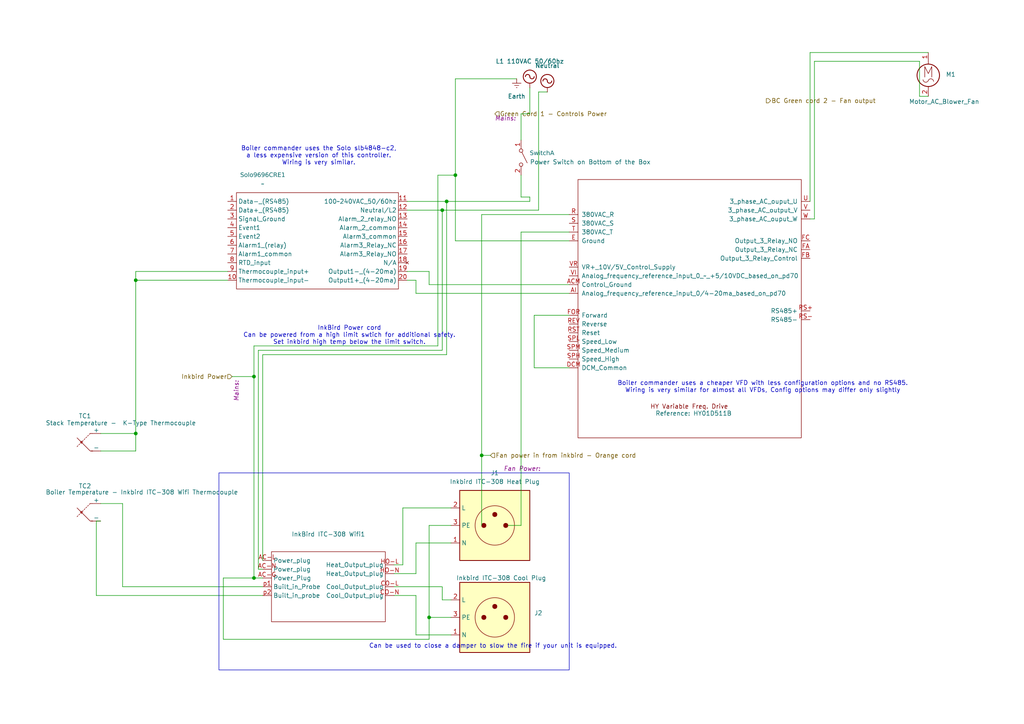
<source format=kicad_sch>
(kicad_sch (version 20250114) (generator "eeschema") (generator_version "9.0")
  (paper "A4")
  (title_block (title "BoilerCommander Wiring ") (rev "v1") (company "HomesteaderControls") (comment 1 "This version is without the Coal Saver button"))
  (lib_symbols
    (symbol "Connector:Conn_Receptacle_3P_Protected"
      (property "Reference" "J" (at -9.652 11.176 0))
      (property "Value" "Conn_Receptacle_3P_Protected" (at 0.254 -11.43 0))
      (symbol "Conn_Receptacle_3P_Protected_0_1"
        (circle (center 0 0) (radius 5.715))
      )
      (symbol "Conn_Receptacle_3P_Protected_1_1"
        (rectangle (start -10.16 10.16) (end 10.16 -10.16) (stroke (width 0.254)) (fill (type background)))
        (circle (center -3.175 0) (radius 0.635) (fill (type outline)))
        (circle (center 0 3.175) (radius 0.635) (fill (type outline)))
        (circle (center 3.175 0) (radius 0.635) (fill (type outline)))
        (pin power_in line (at 12.7 5.08 180) (length 2.54) (name "L") (number "2"))
        (pin power_out line (at 12.7 0 180) (length 2.54) (name "PE") (number "3"))
        (pin power_out line (at 12.7 -5.08 180) (length 2.54) (name "N") (number "1"))
      )
    )
    (symbol "Device:Thermocouple" (pin_numbers (hide yes)) (pin_names (offset 0))
      (property "Reference" "TC" (at -3.048 3.81 0))
      (property "Value" "Thermocouple" (at -5.08 -4.064 0))
      (symbol "Thermocouple_0_1"
        (polyline (pts (xy -4.064 -1.016) (xy -4.318 -1.27)))
        (polyline (pts (xy -3.556 -0.508) (xy -3.81 -0.762)))
        (circle (center -3.048 0) (radius 0.254) (fill (type outline)))
        (polyline (pts (xy -3.048 0) (xy -3.302 -0.254)))
        (polyline (pts (xy -2.54 0.508) (xy -2.794 0.254)))
        (polyline (pts (xy -2.032 1.016) (xy -2.286 0.762)))
        (polyline (pts (xy -1.524 1.524) (xy -1.778 1.27)))
        (polyline (pts (xy -1.016 2.032) (xy -1.27 1.778)))
        (polyline (pts (xy -0.508 2.54) (xy -0.762 2.286)))
        (polyline (pts (xy 0 2.54) (xy -0.508 2.54)))
        (polyline (pts (xy 0 -2.54) (xy -0.254 -2.54)))
        (polyline (pts (xy 0.254 -2.54) (xy -0.508 -2.54) (xy -4.318 1.27)))
      )
      (symbol "Thermocouple_1_1"
        (pin passive line (at 2.54 2.54 180) (length 2.54) (name "+") (number "1"))
        (pin passive line (at 2.54 -2.54 180) (length 2.54) (name "-") (number "2"))
      )
    )
    (symbol "Motor:Motor_AC" (pin_names (offset 0))
      (property "Reference" "M" (at 2.54 2.54 0))
      (property "Value" "Motor_AC" (at 2.54 -5.08 0))
      (symbol "Motor_AC_0_0"
        (polyline (pts (xy -1.016 -2.032) (xy -1.016 1.016) (xy 0 -1.016) (xy 1.016 1.016) (xy 1.016 -2.032)))
        (arc (start 0 -3.048) (mid -0.8622 -3.5222) (end -1.524 -2.794))
        (arc (start 0 -3.048) (mid 0.8657 -2.5527) (end 1.524 -3.302))
      )
      (symbol "Motor_AC_0_1"
        (polyline (pts (xy 0 2.032) (xy 0 2.54)))
        (polyline (pts (xy 0 1.7272) (xy 0 2.0828)))
        (circle (center 0 -1.524) (radius 3.2512) (stroke (width 0.254)))
        (polyline (pts (xy 0 -4.7752) (xy 0 -5.1816)))
        (polyline (pts (xy 0 -7.62) (xy 0 -7.112)))
      )
      (symbol "Motor_AC_1_1"
        (pin passive line (at 0 5.08 270) (length 2.54) (name "~") (number "1"))
        (pin passive line (at 0 -7.62 90) (length 2.54) (name "~") (number "2"))
      )
    )
    (symbol "Switch:SW_DPST_x2" (pin_names (offset 0) (hide yes))
      (property "Reference" "SW" (at 0 3.175 0))
      (property "Value" "SW_DPST_x2" (at 0 -2.54 0))
      (symbol "SW_DPST_x2_0_0"
        (circle (center -2.032 0) (radius 0.508))
        (polyline (pts (xy -1.524 0.254) (xy 1.524 1.778)))
        (circle (center 2.032 0) (radius 0.508))
      )
      (symbol "SW_DPST_x2_1_1"
        (pin passive line (at -5.08 0 0) (length 2.54) (name "A") (number "1"))
        (pin passive line (at 5.08 0 180) (length 2.54) (name "B") (number "2"))
      )
      (symbol "SW_DPST_x2_2_1"
        (pin passive line (at -5.08 0 0) (length 2.54) (name "A") (number "3"))
        (pin passive line (at 5.08 0 180) (length 2.54) (name "B") (number "4"))
      )
    )
    (symbol "VFD&:InkBird_ITC-308_Wifi"
      (property "Reference" "InkBird ITC-308 Wifi" (at 19.05 -11.176 0))
      (symbol "InkBird_ITC-308_Wifi_0_1"
        (rectangle (start -2.54 6.35) (end 30.48 -13.97))
      )
      (symbol "InkBird_ITC-308_Wifi_1_1"
        (pin power_in line (at -5.08 3.81 0) (length 2.54) (name "Power_plug") (number "AC-L"))
        (pin power_in line (at -5.08 1.27 0) (length 2.54) (name "Power_plug") (number "AC-N"))
        (pin power_in line (at -5.08 -1.27 0) (length 2.54) (name "Power_Plug") (number "AC-G"))
        (pin input line (at -5.08 -3.81 0) (length 2.54) (name "Built_in_Probe") (number "p1"))
        (pin input line (at -5.08 -6.35 0) (length 2.54) (name "Built_in_probe") (number "p2"))
        (pin input line (at 33.02 2.54 180) (length 2.54) (name "Heat_Output_plug") (number "HO-L"))
        (pin output line (at 33.02 0 180) (length 2.54) (name "Heat_Output_plug") (number "HO-N"))
        (pin output line (at 33.02 -3.81 180) (length 2.54) (name "Cool_Output_plug") (number "CO-L"))
        (pin output line (at 33.02 -6.35 180) (length 2.54) (name "Cool_Output_plug") (number "CO-N"))
      )
    )
    (symbol "VFD&:Solo9696CRE"
      (property "Reference" "Solo9696CRE" (at -9.652 5.334 0))
      (symbol "Solo9696CRE_0_1"
        (rectangle (start -3.81 3.81) (end 43.18 -24.13))
      )
      (symbol "Solo9696CRE_1_1"
        (pin bidirectional line (at -6.35 1.27 0) (length 2.54) (name "Data-_(RS485)") (number "1"))
        (pin bidirectional line (at -6.35 -1.27 0) (length 2.54) (name "Data+_(RS485)") (number "2"))
        (pin input line (at -6.35 -3.81 0) (length 2.54) (name "Signal_Ground") (number "3"))
        (pin input line (at -6.35 -6.35 0) (length 2.54) (name "Event1") (number "4"))
        (pin input line (at -6.35 -8.89 0) (length 2.54) (name "Event2") (number "5"))
        (pin output line (at -6.35 -11.43 0) (length 2.54) (name "Alarm1_(relay)") (number "6"))
        (pin output line (at -6.35 -13.97 0) (length 2.54) (name "Alarm1_common") (number "7"))
        (pin input line (at -6.35 -16.51 0) (length 2.54) (name "RTD_input") (number "8"))
        (pin input line (at -6.35 -19.05 0) (length 2.54) (name "Thermocouple_input+") (number "9"))
        (pin input line (at -6.35 -21.59 0) (length 2.54) (name "Thermocouple_input-") (number "10"))
        (pin power_in line (at 45.72 1.27 180) (length 2.54) (name "100~240VAC_50/60hz") (number "11"))
        (pin power_in line (at 45.72 -1.27 180) (length 2.54) (name "Neutral/L2") (number "12"))
        (pin output line (at 45.72 -3.81 180) (length 2.54) (name "Alarm_2_relay_NO") (number "13"))
        (pin output line (at 45.72 -6.35 180) (length 2.54) (name "Alarm_2_common") (number "14"))
        (pin output line (at 45.72 -8.89 180) (length 2.54) (name "Alarm3_common") (number "15"))
        (pin output line (at 45.72 -11.43 180) (length 2.54) (name "Alarm3_Relay_NC") (number "16"))
        (pin output line (at 45.72 -13.97 180) (length 2.54) (name "Alarm3_Relay_NO") (number "17"))
        (pin no_connect line (at 45.72 -16.51 180) (length 2.54) (name "N/A") (number "18"))
        (pin output line (at 45.72 -19.05 180) (length 2.54) (name "Output1-_(4-20ma)") (number "19"))
        (pin output line (at 45.72 -21.59 180) (length 2.54) (name "Output1+_(4-20ma)") (number "20"))
      )
    )
    (symbol "VFD&:VFD_HY01D511B" (pin_names (offset 1.016))
      (symbol "VFD_HY01D511B_0_1"
        (rectangle (start 1.27 31.75) (end 66.04 -43.18))
      )
      (symbol "VFD_HY01D511B_1_1"
        (text "HY Variable Freq. Drive" (at 33.528 -34.036 0) (effects (font (size 1.27 1.27))))
        (pin power_in line (at -1.27 21.59 0) (length 2.54) (name "380VAC_R") (number "R"))
        (pin power_in line (at -1.27 19.05 0) (length 2.54) (name "380VAC_S") (number "S"))
        (pin power_in line (at -1.27 16.51 0) (length 2.54) (name "380VAC_T") (number "T"))
        (pin input line (at -1.27 13.97 0) (length 2.54) (name "Ground") (number "E"))
        (pin power_out line (at -1.27 6.35 0) (length 2.54) (name "VR+_10V/5V_Control_Supply") (number "VR"))
        (pin input line (at -1.27 3.81 0) (length 2.54) (name "Analog_frequency_reference_input_0_~_+5/10VDC_based_on_pd70") (number "VI"))
        (pin input line (at -1.27 1.27 0) (length 2.54) (name "Control_Ground") (number "ACM"))
        (pin input line (at -1.27 -1.27 0) (length 2.54) (name "Analog_frequency_reference_input_0/4-20ma_based_on_pd70") (number "AI"))
        (pin input line (at -1.27 -7.62 0) (length 2.54) (name "Forward") (number "FOR"))
        (pin input line (at -1.27 -10.16 0) (length 2.54) (name "Reverse") (number "REV"))
        (pin input line (at -1.27 -12.7 0) (length 2.54) (name "Reset") (number "RST"))
        (pin input line (at -1.27 -15.24 0) (length 2.54) (name "Speed_Low") (number "SPL"))
        (pin input line (at -1.27 -17.78 0) (length 2.54) (name "Speed_Medium") (number "SPM"))
        (pin input line (at -1.27 -20.32 0) (length 2.54) (name "Speed_High") (number "SPH"))
        (pin input line (at -1.27 -22.86 0) (length 2.54) (name "DCM_Common") (number "DCM"))
        (pin power_out line (at 68.58 25.4 180) (length 2.54) (name "3_phase_AC_ouput_U") (number "U"))
        (pin power_out line (at 68.58 22.86 180) (length 2.54) (name "3_phase_AC_output_V") (number "V"))
        (pin power_out line (at 68.58 20.32 180) (length 2.54) (name "3_phase_AC_ouput_W") (number "W"))
        (pin output line (at 68.58 13.97 180) (length 2.54) (name "Output_3_Relay_NO") (number "FC"))
        (pin output line (at 68.58 11.43 180) (length 2.54) (name "Output_3_Relay_NC") (number "FA"))
        (pin input line (at 68.58 8.89 180) (length 2.54) (name "Output_3_Relay_Control") (number "FB"))
        (pin bidirectional line (at 68.58 -6.35 180) (length 2.54) (name "RS485+") (number "RS+"))
        (pin bidirectional line (at 68.58 -8.89 180) (length 2.54) (name "RS485-") (number "RS-"))
      )
    )
    (symbol "power:Earth" (power) (pin_numbers (hide yes)) (pin_names (offset 0) (hide yes))
      (property "Value" "Earth" (at 0 -3.81 0))
      (symbol "Earth_0_1"
        (polyline (pts (xy -0.635 -1.905) (xy 0.635 -1.905)))
        (polyline (pts (xy -0.127 -2.54) (xy 0.127 -2.54)))
        (polyline (pts (xy 0 -1.27) (xy 0 0)))
        (polyline (pts (xy 1.27 -1.27) (xy -1.27 -1.27)))
      )
      (symbol "Earth_1_1"
        (pin power_in line (at 0 0 270) (length 0) (name "~") (number "1"))
      )
    )
    (symbol "power:VAC" (power) (pin_numbers (hide yes)) (pin_names (offset 0) (hide yes))
      (property "Value" "VAC" (at 0 6.35 0))
      (symbol "VAC_0_1"
        (arc (start -1.27 3.175) (mid -0.635 3.8073) (end 0 3.175) (stroke (width 0.254)))
        (circle (center 0 3.175) (radius 1.905) (stroke (width 0.254)))
        (polyline (pts (xy 0 0) (xy 0 1.27)))
        (arc (start 1.27 3.175) (mid 0.635 2.5427) (end 0 3.175) (stroke (width 0.254)))
      )
      (symbol "VAC_1_1"
        (pin power_in line (at 0 0 90) (length 0) (name "~") (number "1"))
      )
    )
  )
  (rectangle (start 63.5 137.16) (end 165.1 194.31))
  (text "InkBird Power cord\nCan be powered from a high limit swtich for additional safety.\nSet inkbird high temp below the limit switch." (at 101.346 97.282 0) (effects (font (size 1.27 1.27))))
  (text "Boiler commander uses the Solo slb4848-c2,\na less expensive version of this controller.\nWiring is very similar." (at 92.456 45.212 0) (effects (font (size 1.27 1.27))))
  (text "Can be used to close a damper to slow the fire if your unit is equipped." (at 143.002 187.452 0) (effects (font (size 1.27 1.27))))
  (text "Boiler commander uses a cheaper VFD with less configuration options and no RS485.\nWiring is very similar for almost all VFDs, Config options may differ only slightly" (at 221.234 112.268 0) (effects (font (size 1.27 1.27))))
  (junction (at 128.27 60.96))
  (junction (at 73.66 167.64))
  (junction (at 39.37 125.73))
  (junction (at 39.37 81.28))
  (junction (at 124.46 179.07))
  (junction (at 139.7 132.08))
  (junction (at 129.54 58.42))
  (junction (at 73.66 109.22))
  (junction (at 132.08 50.8))
  (wire (pts (xy 29.21 130.81) (xy 39.37 130.81)))
  (wire (pts (xy 165.1 91.44) (xy 154.94 91.44)))
  (wire (pts (xy 151.13 67.31) (xy 151.13 152.4)))
  (wire (pts (xy 139.7 132.08) (xy 139.7 152.4)))
  (wire (pts (xy 156.21 26.67) (xy 156.21 60.96)))
  (wire (pts (xy 128.27 173.99) (xy 128.27 170.18)))
  (wire (pts (xy 29.21 125.73) (xy 39.37 125.73)))
  (wire (pts (xy 165.1 62.23) (xy 139.7 62.23)))
  (wire (pts (xy 124.46 152.4) (xy 124.46 179.07)))
  (wire (pts (xy 64.77 185.42) (xy 124.46 185.42)))
  (wire (pts (xy 154.94 106.68) (xy 165.1 106.68)))
  (wire (pts (xy 73.66 100.33) (xy 127 100.33)))
  (wire (pts (xy 118.11 81.28) (xy 120.65 81.28)))
  (wire (pts (xy 151.13 67.31) (xy 165.1 67.31)))
  (wire (pts (xy 76.2 102.87) (xy 129.54 102.87)))
  (wire (pts (xy 118.11 78.74) (xy 124.46 78.74)))
  (wire (pts (xy 269.24 15.24) (xy 234.95 15.24)))
  (wire (pts (xy 120.65 184.15) (xy 130.81 184.15)))
  (wire (pts (xy 27.94 151.13) (xy 29.21 151.13)))
  (wire (pts (xy 149.86 22.86) (xy 132.08 22.86)))
  (wire (pts (xy 128.27 60.96) (xy 156.21 60.96)))
  (wire (pts (xy 39.37 78.74) (xy 66.04 78.74)))
  (wire (pts (xy 154.94 91.44) (xy 154.94 106.68)))
  (wire (pts (xy 120.65 172.72) (xy 120.65 184.15)))
  (wire (pts (xy 35.56 146.05) (xy 29.21 146.05)))
  (wire (pts (xy 39.37 78.74) (xy 39.37 81.28)))
  (wire (pts (xy 124.46 185.42) (xy 124.46 179.07)))
  (wire (pts (xy 129.54 58.42) (xy 129.54 102.87)))
  (wire (pts (xy 67.31 109.22) (xy 73.66 109.22)))
  (wire (pts (xy 153.67 33.02) (xy 151.13 33.02)))
  (wire (pts (xy 120.65 157.48) (xy 130.81 157.48)))
  (wire (pts (xy 139.7 132.08) (xy 142.24 132.08)))
  (wire (pts (xy 116.84 147.32) (xy 130.81 147.32)))
  (wire (pts (xy 156.21 26.67) (xy 158.75 26.67)))
  (wire (pts (xy 73.66 167.64) (xy 64.77 167.64)))
  (wire (pts (xy 76.2 165.1) (xy 74.93 165.1)))
  (wire (pts (xy 76.2 102.87) (xy 76.2 162.56)))
  (wire (pts (xy 153.67 57.15) (xy 151.13 57.15)))
  (wire (pts (xy 64.77 167.64) (xy 64.77 185.42)))
  (wire (pts (xy 266.7 27.94) (xy 269.24 27.94)))
  (wire (pts (xy 114.3 172.72) (xy 120.65 172.72)))
  (wire (pts (xy 35.56 146.05) (xy 35.56 170.18)))
  (wire (pts (xy 128.27 170.18) (xy 114.3 170.18)))
  (wire (pts (xy 132.08 69.85) (xy 165.1 69.85)))
  (wire (pts (xy 128.27 173.99) (xy 130.81 173.99)))
  (wire (pts (xy 39.37 81.28) (xy 66.04 81.28)))
  (wire (pts (xy 114.3 166.37) (xy 120.65 166.37)))
  (wire (pts (xy 132.08 22.86) (xy 132.08 50.8)))
  (wire (pts (xy 151.13 33.02) (xy 151.13 40.64)))
  (wire (pts (xy 130.81 152.4) (xy 124.46 152.4)))
  (wire (pts (xy 118.11 58.42) (xy 129.54 58.42)))
  (wire (pts (xy 114.3 163.83) (xy 116.84 163.83)))
  (wire (pts (xy 39.37 125.73) (xy 39.37 130.81)))
  (wire (pts (xy 74.93 165.1) (xy 74.93 101.6)))
  (wire (pts (xy 27.94 151.13) (xy 27.94 172.72)))
  (wire (pts (xy 116.84 163.83) (xy 116.84 147.32)))
  (wire (pts (xy 118.11 60.96) (xy 128.27 60.96)))
  (wire (pts (xy 236.22 17.78) (xy 266.7 17.78)))
  (wire (pts (xy 120.65 85.09) (xy 165.1 85.09)))
  (wire (pts (xy 124.46 179.07) (xy 130.81 179.07)))
  (wire (pts (xy 234.95 15.24) (xy 234.95 58.42)))
  (wire (pts (xy 139.7 62.23) (xy 139.7 132.08)))
  (wire (pts (xy 153.67 25.4) (xy 153.67 33.02)))
  (wire (pts (xy 236.22 17.78) (xy 236.22 63.5)))
  (wire (pts (xy 236.22 63.5) (xy 234.95 63.5)))
  (wire (pts (xy 153.67 57.15) (xy 153.67 58.42)))
  (wire (pts (xy 151.13 57.15) (xy 151.13 50.8)))
  (wire (pts (xy 74.93 101.6) (xy 128.27 101.6)))
  (wire (pts (xy 120.65 166.37) (xy 120.65 157.48)))
  (wire (pts (xy 76.2 167.64) (xy 73.66 167.64)))
  (wire (pts (xy 128.27 101.6) (xy 128.27 60.96)))
  (wire (pts (xy 124.46 82.55) (xy 165.1 82.55)))
  (wire (pts (xy 120.65 81.28) (xy 120.65 85.09)))
  (wire (pts (xy 124.46 78.74) (xy 124.46 82.55)))
  (wire (pts (xy 27.94 172.72) (xy 76.2 172.72)))
  (wire (pts (xy 129.54 58.42) (xy 153.67 58.42)))
  (wire (pts (xy 151.13 152.4) (xy 147.32 152.4)))
  (wire (pts (xy 127 50.8) (xy 132.08 50.8)))
  (wire (pts (xy 266.7 17.78) (xy 266.7 27.94)))
  (wire (pts (xy 35.56 170.18) (xy 76.2 170.18)))
  (wire (pts (xy 73.66 167.64) (xy 73.66 109.22)))
  (wire (pts (xy 132.08 50.8) (xy 132.08 69.85)))
  (wire (pts (xy 39.37 81.28) (xy 39.37 125.73)))
  (wire (pts (xy 127 100.33) (xy 127 50.8)))
  (wire (pts (xy 73.66 109.22) (xy 73.66 100.33)))
  (hierarchical_label "Green Cord 1 - Controls Power" (shape input) (at 143.51 33.02 0))
  (hierarchical_label "Inkbird Power" (shape input) (at 67.31 109.22 180))
  (hierarchical_label "Fan power in from inkbird - Orange cord" (shape input) (at 142.24 132.08 0))
  (hierarchical_label "BC Green cord 2 - Fan output" (shape output) (at 222.25 29.21 0))
  (symbol (lib_id "Device:Thermocouple") (at 26.67 148.59 0) (unit 1)
    (property "Reference" "TC2" (at 24.638 140.97 0))
    (property "Value" "Boiler Temperature - Inkbird ITC-308 Wifi Thermocouple" (at 41.148 142.748 0))
    (property "Description" "Thermocouple" (effects (hide yes)))
  )
  (symbol (lib_id "Connector:Conn_Receptacle_3P_Protected") (at 143.51 179.07 0) (mirror y) (unit 1)
    (property "Reference" "J2" (at 154.94 177.7999 0) (effects (justify right)))
    (property "Value" "Inkbird ITC-308 Cool Plug" (at 132.334 167.64 0) (effects (justify right)))
    (property "Description" "3 Pins protected generic receptacle" (effects (hide yes)))
  )
  (symbol (lib_id "Connector:Conn_Receptacle_3P_Protected") (at 143.51 152.4 0) (mirror y) (unit 1)
    (property "Reference" "J1" (at 143.51 137.16 0))
    (property "Value" "Inkbird ITC-308 Heat Plug" (at 143.51 139.7 0))
    (property "Description" "3 Pins protected generic receptacle" (effects (hide yes)))
  )
  (symbol (lib_id "power:VAC") (at 153.67 25.4 0) (unit 1)
    (property "Reference" "#PWR02" (effects (hide yes)))
    (property "Value" "L1 110VAC 50/60hz" (at 153.67 17.78 0))
    (property "Description" "Power symbol creates a global label with name \"VAC\"" (effects (hide yes)))
  )
  (symbol (lib_id "power:VAC") (at 158.75 26.67 0) (unit 1)
    (property "Reference" "#PWR03" (effects (hide yes)))
    (property "Value" "Neutral" (at 158.75 19.05 0))
    (property "Description" "Power symbol creates a global label with name \"VAC\"" (effects (hide yes)))
  )
  (symbol (lib_id "Switch:SW_DPST_x2") (at 151.13 45.72 270) (unit 1)
    (property "Reference" "Switch" (at 153.67 44.4499 90) (effects (justify left)))
    (property "Value" "Power Switch on Bottom of the Box" (at 153.67 46.9899 90) (effects (justify left)))
    (property "Description" "Single Pole Single Throw (SPST) switch, separate symbol" (effects (hide yes)))
  )
  (symbol (lib_id "Motor:Motor_AC") (at 269.24 20.32 0) (unit 1)
    (property "Reference" "M1" (at 274.32 21.5899 0) (effects (justify left)))
    (property "Value" "Motor_AC_Blower_Fan" (at 263.652 29.464 0) (effects (justify left)))
    (property "Description" "AC Motor" (effects (hide yes)))
  )
  (symbol (lib_id "VFD&:Solo9696CRE") (at 72.39 59.69 0) (unit 1)
    (property "Reference" "Solo9696CRE1" (at 76.2 50.8 0))
    (property "Value" "~" (at 76.2 53.34 0))
  )
  (symbol (lib_id "power:Earth") (at 149.86 22.86 0) (unit 1)
    (property "Reference" "#PWR01" (effects (hide yes)))
    (property "Value" "Earth" (at 149.86 27.94 0))
    (property "Description" "Power symbol creates a global label with name \"Earth\"" (effects (hide yes)))
  )
  (symbol (lib_id "VFD&:VFD_HY01D511B") (at 166.37 83.82 0) (unit 1)
    (property "Reference" "HY01D511B" (at 201.168 119.888 0) (show_name yes))
  )
  (symbol (lib_id "Device:Thermocouple") (at 26.67 128.27 0) (unit 1)
    (property "Reference" "TC1" (at 24.638 120.65 0))
    (property "Value" "Stack Temperature -  K-Type Thermocouple" (at 35.052 122.682 0))
    (property "Description" "Thermocouple" (effects (hide yes)))
  )
  (symbol (lib_id "VFD&:InkBird_ITC-308_Wifi") (at 81.28 166.37 0) (unit 1)
    (property "Reference" "InkBird ITC-308 Wifi1" (at 95.25 154.94 0))
  )
)
</source>
